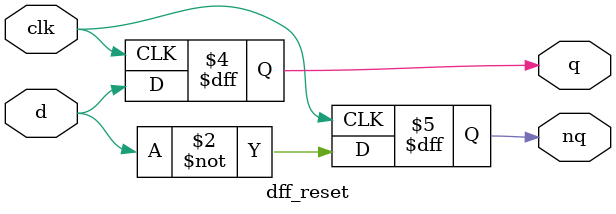
<source format=sv>
module top_module (
    input clk,
    input x,
    output z
);

    wire d1, d2, d3;
    wire q1, q2, q3;
    wire nq1, nq2, nq3;

    // XOR gate
    assign d1 = x ^ q1;

    // AND gate
    assign d2 = x & ~q2;

    // OR gate
    assign d3 = x | ~q3;

    // D Flip-Flops
    dff_reset fd1 (.clk(clk), .d(d1), .q(q1), .nq(nq1));
    dff_reset fd2 (.clk(clk), .d(d2), .q(q2), .nq(nq2));
    dff_reset fd3 (.clk(clk), .d(d3), .q(q3), .nq(nq3));

    // XNOR gate
    assign z = ~(q1 ^ q2 ^ q3);

endmodule
module dff_reset (
    input clk,
    input d,
    output reg q,
    output reg nq
);

    initial begin
        q = 0;
        nq = 1;
    end

    always @(posedge clk) begin
        q <= d;
        nq <= ~d;
    end

endmodule

</source>
